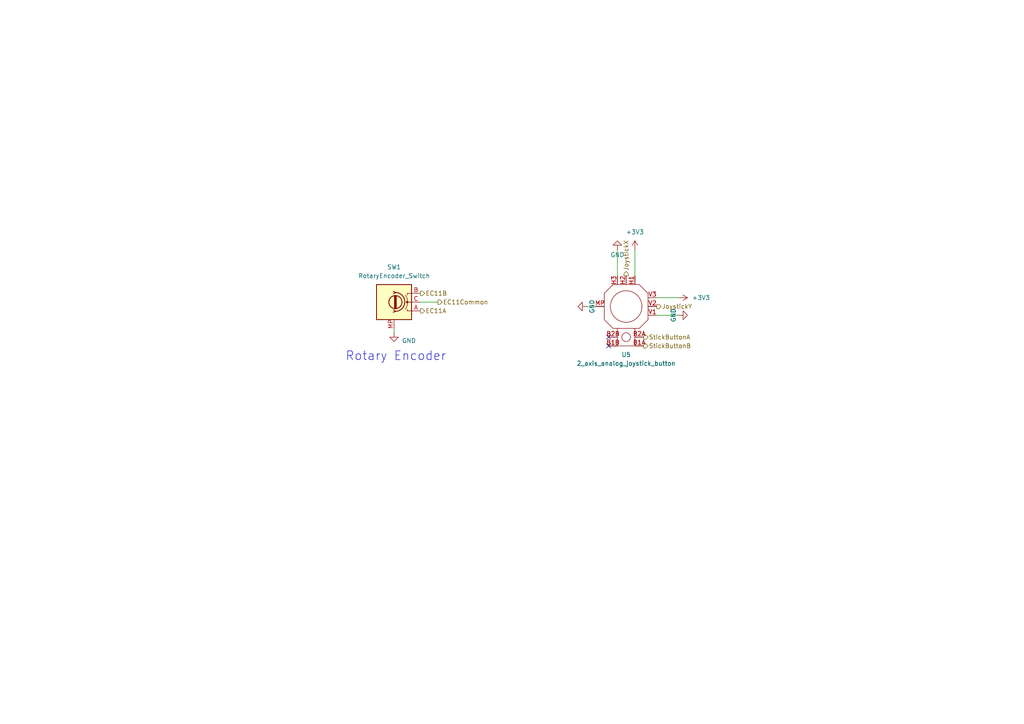
<source format=kicad_sch>
(kicad_sch (version 20231120) (generator "eeschema") (generator_version "8.0")
  (paper "A4")
  (lib_symbols
    (symbol "Device:RotaryEncoder" (pin_names (offset 0.254) hide)
      (property "Reference" "SW1" (at 0 -10.16 0))
      (property "Value" "RotaryEncoder_Switch" (at 0 -7.62 0))
      (symbol "RotaryEncoder_0_1"
        (rectangle (start -5.08 5.08) (end 5.08 -5.08) (stroke (width 0.254)) (fill (type background)))
        (circle (center -3.81 0) (radius 0.254) (fill (type outline)))
        (circle (center -0.381 0) (radius 1.905) (stroke (width 0.254)))
        (arc (start -0.381 2.667) (mid -3.0988 -0.0635) (end -0.381 -2.794) (stroke (width 0.254)))
        (polyline (pts (xy -0.635 -1.778) (xy -0.635 1.778)) (stroke (width 0.254)))
        (polyline (pts (xy -0.381 -1.778) (xy -0.381 1.778)) (stroke (width 0.254)))
        (polyline (pts (xy -0.127 1.778) (xy -0.127 -1.778)) (stroke (width 0.254)))
        (polyline (pts (xy -5.08 -2.54) (xy -3.81 -2.54) (xy -3.81 -2.032)))
        (polyline (pts (xy -5.08 2.54) (xy -3.81 2.54) (xy -3.81 2.032)))
        (polyline (pts (xy 0.254 -3.048) (xy -0.508 -2.794) (xy 0.127 -2.413)) (stroke (width 0.254)))
        (polyline (pts (xy 0.254 2.921) (xy -0.508 2.667) (xy 0.127 2.286)) (stroke (width 0.254)))
        (polyline (pts (xy -5.08 0) (xy -3.81 0) (xy -3.81 -1.016) (xy -3.302 -2.032)))
        (polyline (pts (xy -4.318 0) (xy -3.81 0) (xy -3.81 1.016) (xy -3.302 2.032)))
      )
      (symbol "RotaryEncoder_1_1"
        (pin passive line (at -7.62 2.54 0) (length 2.54) (name "A") (number "A"))
        (pin passive line (at -7.62 -2.54 0) (length 2.54) (name "B") (number "B"))
        (pin passive line (at -7.62 0 0) (length 2.54) (name "C") (number "C"))
        (pin input line (at 0 7.62 270) (length 2.54) (name "MP") (number "MP"))
      )
    )
    (symbol "custom_Interface_HID:2_axis_analog_joystick_button"
      (property "Reference" "U" (at 0.254 -0.254 0))
      (property "Value" "2_axis_analog_joystick_button" (at 0 15.24 0))
      (symbol "2_axis_analog_joystick_button_0_1"
        (circle (center 0 -8.89) (radius 1.27))
        (polyline (pts (xy -2.54 -6.35) (xy -2.54 -11.43) (xy 2.54 -11.43) (xy 2.54 -6.35)))
        (polyline (pts (xy 3.81 6.35) (xy 6.35 3.81) (xy 6.35 -3.81) (xy 3.81 -6.35) (xy -3.81 -6.35) (xy -6.35 -3.81) (xy -6.35 3.81) (xy -3.81 6.35) (xy 3.81 6.35)))
        (circle (center 0 0) (radius 4.5791))
      )
      (symbol "2_axis_analog_joystick_button_1_1"
        (pin passive line (at 5.08 -11.43 180) (length 2.54) (name "B1A") (number "B1A"))
        (pin passive line (at -5.08 -11.43 0) (length 2.54) (name "B1B") (number "B1B"))
        (pin passive line (at 5.08 -8.89 180) (length 2.54) (name "B2A") (number "B2A"))
        (pin passive line (at -5.08 -8.89 0) (length 2.54) (name "B2B") (number "B2B"))
        (pin passive line (at 2.54 8.89 270) (length 2.54) (name "H1") (number "H1"))
        (pin passive line (at 0 8.89 270) (length 2.54) (name "H2") (number "H2"))
        (pin passive line (at -2.54 8.89 270) (length 2.54) (name "H3") (number "H3"))
        (pin passive line (at -8.89 0 0) (length 2.54) (name "MP") (number "MP"))
        (pin passive line (at 8.89 -2.54 180) (length 2.54) (name "V1") (number "V1"))
        (pin passive line (at 8.89 0 180) (length 2.54) (name "V2") (number "V2"))
        (pin passive line (at 8.89 2.54 180) (length 2.54) (name "V3") (number "V3"))
      )
    )
    (symbol "power:+3V3" (power) (pin_numbers hide) (pin_names (offset 0) hide)
      (property "Value" "+3V3" (at 0 3.556 0))
      (symbol "+3V3_0_1"
        (polyline (pts (xy -0.762 1.27) (xy 0 2.54)))
        (polyline (pts (xy 0 0) (xy 0 2.54)))
        (polyline (pts (xy 0 2.54) (xy 0.762 1.27)))
      )
      (symbol "+3V3_1_1"
        (pin power_in line (at 0 0 90) (length 0) (name "~") (number "1"))
      )
    )
    (symbol "power:GND" (power) (pin_numbers hide) (pin_names (offset 0) hide)
      (property "Value" "GND" (at 0 -3.81 0))
      (symbol "GND_0_1"
        (polyline (pts (xy 0 0) (xy 0 -1.27) (xy 1.27 -1.27) (xy 0 -2.54) (xy -1.27 -1.27) (xy 0 -1.27)))
      )
      (symbol "GND_1_1"
        (pin power_in line (at 0 0 270) (length 0) (name "~") (number "1"))
      )
    )
  )
  (no_connect (at 176.53 100.33))
  (no_connect (at 176.53 97.79))
  (wire (pts (xy 170.18 88.9) (xy 172.72 88.9)))
  (wire (pts (xy 179.07 72.39) (xy 179.07 80.01)))
  (wire (pts (xy 190.5 86.36) (xy 196.85 86.36)))
  (wire (pts (xy 190.5 91.44) (xy 196.85 91.44)))
  (wire (pts (xy 127 87.63) (xy 121.92 87.63)))
  (wire (pts (xy 184.15 72.39) (xy 184.15 80.01)))
  (wire (pts (xy 114.3 96.52) (xy 114.3 95.25)))
  (text "Rotary Encoder" (at 114.808 103.378 0) (effects (font (size 2.54 2.54))))
  (hierarchical_label "StickButtonB" (shape output) (at 186.69 100.33 0))
  (hierarchical_label "JoystickX" (shape output) (at 181.61 80.01 90))
  (hierarchical_label "JoystickY" (shape output) (at 190.5 88.9 0))
  (hierarchical_label "EC11A" (shape output) (at 121.92 90.17 0))
  (hierarchical_label "EC11B" (shape output) (at 121.92 85.09 0))
  (hierarchical_label "StickButtonA" (shape output) (at 186.69 97.79 0))
  (hierarchical_label "EC11Common" (shape output) (at 127 87.63 0))
  (symbol (lib_id "power:+3V3") (at 184.15 72.39 0) (unit 1)
    (property "Reference" "#PWR08" (effects (hide yes)))
    (property "Value" "+3V3" (at 184.15 67.31 0))
    (property "Description" "Power symbol creates a global label with name \"+3V3\"" (effects (hide yes)))
  )
  (symbol (lib_id "custom_Interface_HID:2_axis_analog_joystick_button") (at 181.61 88.9 0) (unit 1)
    (property "Reference" "U5" (at 181.61 102.87 0))
    (property "Value" "2_axis_analog_joystick_button" (at 181.61 105.41 0))
    (property "Footprint" "custom_Interface_HID:Adafruit 2-Axis joystick" (effects (hide yes)))
  )
  (symbol (lib_id "power:GND") (at 170.18 88.9 270) (unit 1)
    (property "Reference" "#PWR011" (effects (hide yes)))
    (property "Value" "GND" (at 171.704 88.9 0))
    (property "Description" "Power symbol creates a global label with name \"GND\" , ground" (effects (hide yes)))
  )
  (symbol (lib_id "Device:RotaryEncoder") (at 114.3 87.63 180) (unit 1)
    (property "Reference" "SW1" (at 114.3 77.47 0))
    (property "Value" "RotaryEncoder_Switch" (at 114.3 80.01 0))
    (property "Footprint" "Rotary_Encoder:RotaryEncoder_Alps_EC12E_Vertical_H20mm" (effects (hide yes)))
    (property "Description" "Rotary encoder, dual channel, incremental quadrate outputs" (effects (hide yes)))
  )
  (symbol (lib_id "power:GND") (at 196.85 91.44 90) (unit 1)
    (property "Reference" "#PWR09" (effects (hide yes)))
    (property "Value" "GND" (at 195.326 91.44 0))
    (property "Description" "Power symbol creates a global label with name \"GND\" , ground" (effects (hide yes)))
  )
  (symbol (lib_id "power:+3V3") (at 196.85 86.36 270) (unit 1)
    (property "Reference" "#PWR010" (effects (hide yes)))
    (property "Value" "+3V3" (at 200.66 86.3599 90) (effects (justify left)))
    (property "Description" "Power symbol creates a global label with name \"+3V3\"" (effects (hide yes)))
  )
  (symbol (lib_id "power:GND") (at 114.3 96.52 0) (unit 1)
    (property "Reference" "#PWR012" (effects (hide yes)))
    (property "Value" "GND" (at 118.618 98.806 0))
    (property "Description" "Power symbol creates a global label with name \"GND\" , ground" (effects (hide yes)))
  )
  (symbol (lib_id "power:GND") (at 179.07 72.39 180) (unit 1)
    (property "Reference" "#PWR03" (effects (hide yes)))
    (property "Value" "GND" (at 179.07 73.914 0))
    (property "Description" "Power symbol creates a global label with name \"GND\" , ground" (effects (hide yes)))
  )
)
</source>
